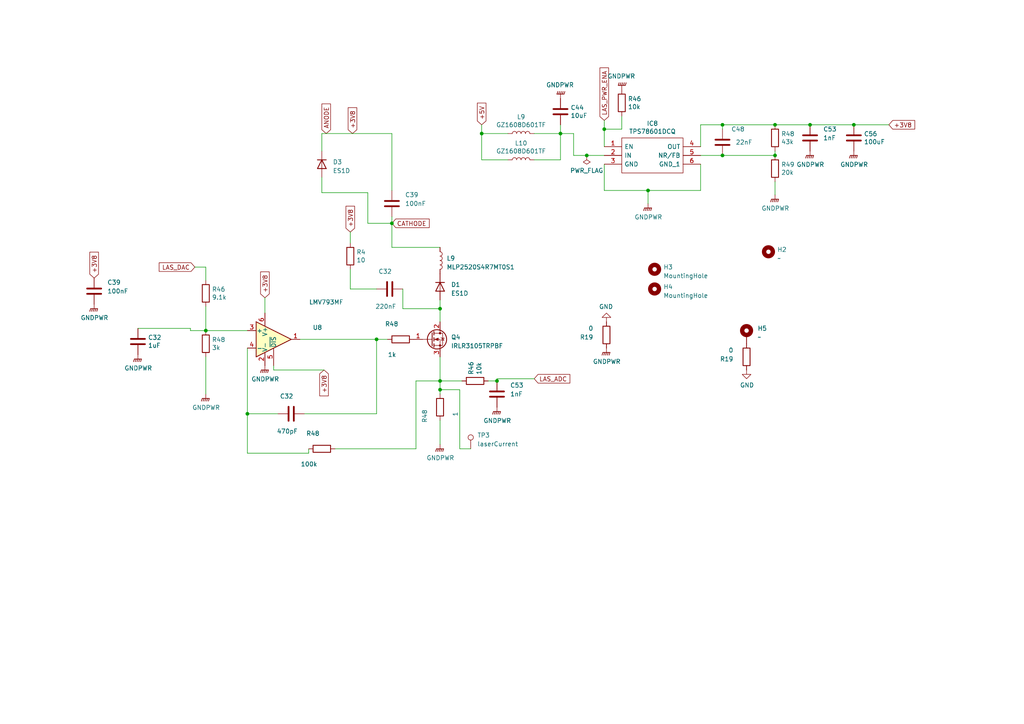
<source format=kicad_sch>
(kicad_sch (version 20230121) (generator eeschema)
  (paper "A4")
  (lib_symbols
    (symbol "Amplifier_Operational:OPA847xDBV" (pin_names (offset 0.127))
      (property "Reference" "U" (at -1.27 6.35 0))
      (property "Value" "OPA847xDBV" (at -1.27 3.81 0))
      (symbol "OPA847xDBV_0_1"
        (polyline (pts (xy -5.08 5.08) (xy 5.08 0) (xy -5.08 -5.08) (xy -5.08 5.08)) (stroke (width 0.254)) (fill (type background)))
        (pin power_in line (at -2.54 -7.62 90) (length 3.81) (name "V-") (number "2"))
        (pin power_in line (at -2.54 7.62 270) (length 3.81) (name "V+") (number "6"))
      )
      (symbol "OPA847xDBV_1_1"
        (pin output line (at 7.62 0 180) (length 2.54) (name "~") (number "1"))
        (pin input line (at -7.62 2.54 0) (length 2.54) (name "+") (number "3"))
        (pin input line (at -7.62 -2.54 0) (length 2.54) (name "-") (number "4"))
        (pin input line (at 0 -7.62 90) (length 5.08) (name "~{DIS}") (number "5"))
      )
    )
    (symbol "Connector:TestPoint" (pin_numbers hide) (pin_names (offset 0.762) hide)
      (property "Reference" "TP" (at 0 6.858 0))
      (property "Value" "TestPoint" (at 0 5.08 0))
      (symbol "TestPoint_0_1"
        (circle (center 0 3.302) (radius 0.762))
      )
      (symbol "TestPoint_1_1"
        (pin passive line (at 0 0 90) (length 2.54) (name "1") (number "1"))
      )
    )
    (symbol "Device:C" (pin_numbers hide) (pin_names (offset 0.254))
      (property "Reference" "C" (at 0.635 2.54 0))
      (property "Value" "C" (at 0.635 -2.54 0))
      (symbol "C_0_1"
        (polyline (pts (xy -2.032 -0.762) (xy 2.032 -0.762)) (stroke (width 0.508)))
        (polyline (pts (xy -2.032 0.762) (xy 2.032 0.762)) (stroke (width 0.508)))
      )
      (symbol "C_1_1"
        (pin passive line (at 0 3.81 270) (length 2.794) (name "~") (number "1"))
        (pin passive line (at 0 -3.81 90) (length 2.794) (name "~") (number "2"))
      )
    )
    (symbol "Device:D" (pin_numbers hide) (pin_names (offset 1.016) hide)
      (property "Reference" "D" (at 0 2.54 0))
      (property "Value" "D" (at 0 -2.54 0))
      (symbol "D_0_1"
        (polyline (pts (xy -1.27 1.27) (xy -1.27 -1.27)) (stroke (width 0.254)))
        (polyline (pts (xy 1.27 0) (xy -1.27 0)))
        (polyline (pts (xy 1.27 1.27) (xy 1.27 -1.27) (xy -1.27 0) (xy 1.27 1.27)) (stroke (width 0.254)))
      )
      (symbol "D_1_1"
        (pin passive line (at -3.81 0 0) (length 2.54) (name "K") (number "1"))
        (pin passive line (at 3.81 0 180) (length 2.54) (name "A") (number "2"))
      )
    )
    (symbol "Device:L" (pin_numbers hide) (pin_names (offset 1.016) hide)
      (property "Reference" "L" (at -1.27 0 90))
      (property "Value" "L" (at 1.905 0 90))
      (symbol "L_0_1"
        (arc (start 0 -2.54) (mid 0.6323 -1.905) (end 0 -1.27))
        (arc (start 0 -1.27) (mid 0.6323 -0.635) (end 0 0))
        (arc (start 0 0) (mid 0.6323 0.635) (end 0 1.27))
        (arc (start 0 1.27) (mid 0.6323 1.905) (end 0 2.54))
      )
      (symbol "L_1_1"
        (pin passive line (at 0 3.81 270) (length 1.27) (name "1") (number "1"))
        (pin passive line (at 0 -3.81 90) (length 1.27) (name "2") (number "2"))
      )
    )
    (symbol "Device:R" (pin_numbers hide) (pin_names (offset 0))
      (property "Reference" "R" (at 2.032 0 90))
      (property "Value" "R" (at 0 0 90))
      (symbol "R_0_1"
        (rectangle (start -1.016 -2.54) (end 1.016 2.54) (stroke (width 0.254)))
      )
      (symbol "R_1_1"
        (pin passive line (at 0 3.81 270) (length 1.27) (name "~") (number "1"))
        (pin passive line (at 0 -3.81 90) (length 1.27) (name "~") (number "2"))
      )
    )
    (symbol "Mechanical:MountingHole" (pin_names (offset 1.016))
      (property "Reference" "H" (at 0 5.08 0))
      (property "Value" "MountingHole" (at 0 3.175 0))
      (symbol "MountingHole_0_1"
        (circle (center 0 0) (radius 1.27) (stroke (width 1.27)))
      )
    )
    (symbol "Mechanical:MountingHole_Pad" (pin_numbers hide) (pin_names (offset 1.016) hide)
      (property "Reference" "H" (at 0 6.35 0))
      (property "Value" "MountingHole_Pad" (at 0 4.445 0))
      (symbol "MountingHole_Pad_0_1"
        (circle (center 0 1.27) (radius 1.27) (stroke (width 1.27)))
      )
      (symbol "MountingHole_Pad_1_1"
        (pin input line (at 0 -2.54 90) (length 2.54) (name "1") (number "1"))
      )
    )
    (symbol "TPS78601DCQ:TPS78601DCQ" (pin_names (offset 0.762))
      (property "Reference" "IC" (at 24.13 7.62 0))
      (property "Value" "TPS78601DCQ" (at 24.13 5.08 0))
      (symbol "TPS78601DCQ_0_0"
        (pin bidirectional line (at 0 0 0) (length 5.08) (name "EN") (number "1"))
        (pin power_in line (at 0 -2.54 0) (length 5.08) (name "IN") (number "2"))
        (pin power_in line (at 0 -5.08 0) (length 5.08) (name "GND") (number "3"))
        (pin power_out line (at 27.94 0 180) (length 5.08) (name "OUT") (number "4"))
        (pin bidirectional line (at 27.94 -2.54 180) (length 5.08) (name "NR/FB") (number "5"))
        (pin power_in line (at 27.94 -5.08 180) (length 5.08) (name "GND_1") (number "6"))
      )
      (symbol "TPS78601DCQ_0_1"
        (polyline (pts (xy 5.08 2.54) (xy 22.86 2.54) (xy 22.86 -7.62) (xy 5.08 -7.62) (xy 5.08 2.54)) (stroke (width 0.1524)))
      )
    )
    (symbol "Transistor_FET:QM6006D" (pin_names hide)
      (property "Reference" "Q" (at 5.08 1.905 0))
      (property "Value" "QM6006D" (at 5.08 0 0))
      (symbol "QM6006D_0_1"
        (polyline (pts (xy 0.254 0) (xy -2.54 0)))
        (polyline (pts (xy 0.254 1.905) (xy 0.254 -1.905)) (stroke (width 0.254)))
        (polyline (pts (xy 0.762 -1.27) (xy 0.762 -2.286)) (stroke (width 0.254)))
        (polyline (pts (xy 0.762 0.508) (xy 0.762 -0.508)) (stroke (width 0.254)))
        (polyline (pts (xy 0.762 2.286) (xy 0.762 1.27)) (stroke (width 0.254)))
        (polyline (pts (xy 2.54 2.54) (xy 2.54 1.778)))
        (polyline (pts (xy 2.54 -2.54) (xy 2.54 0) (xy 0.762 0)))
        (polyline (pts (xy 0.762 -1.778) (xy 3.302 -1.778) (xy 3.302 1.778) (xy 0.762 1.778)))
        (polyline (pts (xy 1.016 0) (xy 2.032 0.381) (xy 2.032 -0.381) (xy 1.016 0)) (fill (type outline)))
        (polyline (pts (xy 2.794 0.508) (xy 2.921 0.381) (xy 3.683 0.381) (xy 3.81 0.254)))
        (polyline (pts (xy 3.302 0.381) (xy 2.921 -0.254) (xy 3.683 -0.254) (xy 3.302 0.381)))
        (circle (center 1.651 0) (radius 2.794) (stroke (width 0.254)))
        (circle (center 2.54 -1.778) (radius 0.254) (fill (type outline)))
        (circle (center 2.54 1.778) (radius 0.254) (fill (type outline)))
      )
      (symbol "QM6006D_1_1"
        (pin input line (at -5.08 0 0) (length 2.54) (name "G") (number "1"))
        (pin passive line (at 2.54 5.08 270) (length 2.54) (name "D") (number "2"))
        (pin passive line (at 2.54 -5.08 90) (length 2.54) (name "S") (number "3"))
      )
    )
    (symbol "power:GND" (power) (pin_names (offset 0))
      (property "Value" "GND" (at 0 -3.81 0))
      (symbol "GND_0_1"
        (polyline (pts (xy 0 0) (xy 0 -1.27) (xy 1.27 -1.27) (xy 0 -2.54) (xy -1.27 -1.27) (xy 0 -1.27)))
      )
      (symbol "GND_1_1"
        (pin power_in line (at 0 0 270) (length 0) hide (name "GND") (number "1"))
      )
    )
    (symbol "power:GNDPWR" (power) (pin_names (offset 0))
      (property "Value" "GNDPWR" (at 0 -3.302 0))
      (symbol "GNDPWR_0_1"
        (polyline (pts (xy 0 -1.27) (xy 0 0)))
        (polyline (pts (xy -1.016 -1.27) (xy -1.27 -2.032) (xy -1.27 -2.032)) (stroke (width 0.2032)))
        (polyline (pts (xy -0.508 -1.27) (xy -0.762 -2.032) (xy -0.762 -2.032)) (stroke (width 0.2032)))
        (polyline (pts (xy 0 -1.27) (xy -0.254 -2.032) (xy -0.254 -2.032)) (stroke (width 0.2032)))
        (polyline (pts (xy 0.508 -1.27) (xy 0.254 -2.032) (xy 0.254 -2.032)) (stroke (width 0.2032)))
        (polyline (pts (xy 1.016 -1.27) (xy -1.016 -1.27) (xy -1.016 -1.27)) (stroke (width 0.2032)))
        (polyline (pts (xy 1.016 -1.27) (xy 0.762 -2.032) (xy 0.762 -2.032) (xy 0.762 -2.032)) (stroke (width 0.2032)))
      )
      (symbol "GNDPWR_1_1"
        (pin power_in line (at 0 0 270) (length 0) hide (name "GNDPWR") (number "1"))
      )
    )
    (symbol "power:PWR_FLAG" (power) (pin_numbers hide) (pin_names (offset 0) hide)
      (property "Value" "PWR_FLAG" (at 0 3.81 0))
      (symbol "PWR_FLAG_0_0"
        (pin power_out line (at 0 0 90) (length 0) (name "pwr") (number "1"))
      )
      (symbol "PWR_FLAG_0_1"
        (polyline (pts (xy 0 0) (xy 0 1.27) (xy -1.016 1.905) (xy 0 2.54) (xy 1.016 1.905) (xy 0 1.27)))
      )
    )
  )
  (junction (at 144.145 110.49))
  (junction (at 224.79 36.195))
  (junction (at 224.79 45.085))
  (junction (at 109.22 98.425))
  (junction (at 170.18 45.085))
  (junction (at 59.69 95.885))
  (junction (at 175.26 37.465))
  (junction (at 162.56 38.735))
  (junction (at 187.96 55.245))
  (junction (at 113.665 64.77))
  (junction (at 209.55 36.195))
  (junction (at 247.65 36.195))
  (junction (at 139.7 38.735))
  (junction (at 127.635 89.535))
  (junction (at 127.635 110.49))
  (junction (at 209.55 45.085))
  (junction (at 127.635 113.03))
  (junction (at 71.755 120.015))
  (junction (at 234.95 36.195))
  (wire (pts (xy 209.55 45.085) (xy 224.79 45.085)))
  (wire (pts (xy 224.79 52.705) (xy 224.79 56.515)))
  (wire (pts (xy 106.68 64.77) (xy 106.68 55.88)))
  (wire (pts (xy 175.26 34.925) (xy 175.26 37.465)))
  (wire (pts (xy 166.37 45.085) (xy 170.18 45.085)))
  (wire (pts (xy 203.2 55.245) (xy 203.2 47.625)))
  (wire (pts (xy 97.155 130.175) (xy 120.65 130.175)))
  (wire (pts (xy 127.635 114.3) (xy 127.635 113.03)))
  (wire (pts (xy 71.755 100.965) (xy 71.755 120.015)))
  (wire (pts (xy 180.34 37.465) (xy 180.34 33.655)))
  (wire (pts (xy 139.7 36.195) (xy 139.7 38.735)))
  (wire (pts (xy 120.65 130.175) (xy 120.65 110.49)))
  (wire (pts (xy 59.69 77.47) (xy 59.69 81.28)))
  (wire (pts (xy 203.2 42.545) (xy 203.2 36.195)))
  (wire (pts (xy 127.635 113.03) (xy 127.635 110.49)))
  (wire (pts (xy 175.26 47.625) (xy 175.26 55.245)))
  (wire (pts (xy 93.345 38.735) (xy 113.665 38.735)))
  (wire (pts (xy 162.56 46.355) (xy 162.56 38.735)))
  (wire (pts (xy 234.95 36.195) (xy 247.65 36.195)))
  (wire (pts (xy 247.65 36.195) (xy 257.81 36.195)))
  (wire (pts (xy 101.6 78.105) (xy 101.6 83.82)))
  (wire (pts (xy 154.94 46.355) (xy 162.56 46.355)))
  (wire (pts (xy 127.635 113.03) (xy 133.35 113.03)))
  (wire (pts (xy 59.69 103.505) (xy 59.69 114.3)))
  (wire (pts (xy 209.55 36.195) (xy 224.79 36.195)))
  (wire (pts (xy 139.7 38.735) (xy 147.32 38.735)))
  (wire (pts (xy 89.535 131.445) (xy 89.535 130.175)))
  (wire (pts (xy 162.56 38.735) (xy 166.37 38.735)))
  (wire (pts (xy 154.94 38.735) (xy 162.56 38.735)))
  (wire (pts (xy 120.65 110.49) (xy 127.635 110.49)))
  (wire (pts (xy 127.635 121.92) (xy 127.635 128.905)))
  (wire (pts (xy 109.22 120.015) (xy 109.22 98.425)))
  (wire (pts (xy 175.26 37.465) (xy 175.26 42.545)))
  (wire (pts (xy 209.55 45.085) (xy 203.2 45.085)))
  (wire (pts (xy 162.56 36.195) (xy 162.56 38.735)))
  (wire (pts (xy 127.635 110.49) (xy 127.635 103.505)))
  (wire (pts (xy 59.69 88.9) (xy 59.69 95.885)))
  (wire (pts (xy 139.7 46.355) (xy 147.32 46.355)))
  (wire (pts (xy 55.245 95.885) (xy 59.69 95.885)))
  (wire (pts (xy 187.96 55.245) (xy 187.96 59.055)))
  (wire (pts (xy 139.7 38.735) (xy 139.7 46.355)))
  (wire (pts (xy 187.96 55.245) (xy 203.2 55.245)))
  (wire (pts (xy 113.665 62.865) (xy 113.665 64.77)))
  (wire (pts (xy 113.665 38.735) (xy 113.665 55.245)))
  (wire (pts (xy 59.69 95.885) (xy 71.755 95.885)))
  (wire (pts (xy 71.755 131.445) (xy 89.535 131.445)))
  (wire (pts (xy 109.22 98.425) (xy 112.395 98.425)))
  (wire (pts (xy 101.6 83.82) (xy 109.22 83.82)))
  (wire (pts (xy 93.98 107.315) (xy 79.375 107.315)))
  (wire (pts (xy 170.18 45.085) (xy 175.26 45.085)))
  (wire (pts (xy 127.635 89.535) (xy 127.635 93.345)))
  (wire (pts (xy 106.68 55.88) (xy 93.345 55.88)))
  (wire (pts (xy 224.79 43.815) (xy 224.79 45.085)))
  (wire (pts (xy 101.6 67.31) (xy 101.6 70.485)))
  (wire (pts (xy 175.26 37.465) (xy 180.34 37.465)))
  (wire (pts (xy 203.2 36.195) (xy 209.55 36.195)))
  (wire (pts (xy 127.635 86.995) (xy 127.635 89.535)))
  (wire (pts (xy 113.665 64.77) (xy 106.68 64.77)))
  (wire (pts (xy 224.79 36.195) (xy 234.95 36.195)))
  (wire (pts (xy 113.665 64.77) (xy 113.665 71.755)))
  (wire (pts (xy 88.265 120.015) (xy 109.22 120.015)))
  (wire (pts (xy 79.375 107.315) (xy 79.375 106.045)))
  (wire (pts (xy 113.665 71.755) (xy 127.635 71.755)))
  (wire (pts (xy 209.55 36.195) (xy 209.55 37.465)))
  (wire (pts (xy 116.84 83.82) (xy 116.84 89.535)))
  (wire (pts (xy 175.26 55.245) (xy 187.96 55.245)))
  (wire (pts (xy 76.835 86.36) (xy 76.835 90.805)))
  (wire (pts (xy 136.525 130.175) (xy 133.35 130.175)))
  (wire (pts (xy 127.635 110.49) (xy 133.985 110.49)))
  (wire (pts (xy 93.345 43.815) (xy 93.345 38.735)))
  (wire (pts (xy 40.005 95.25) (xy 55.245 95.25)))
  (wire (pts (xy 144.145 109.855) (xy 144.145 110.49)))
  (wire (pts (xy 141.605 110.49) (xy 144.145 110.49)))
  (wire (pts (xy 55.245 95.25) (xy 55.245 95.885)))
  (wire (pts (xy 71.755 120.015) (xy 80.645 120.015)))
  (wire (pts (xy 56.515 77.47) (xy 59.69 77.47)))
  (wire (pts (xy 154.94 109.855) (xy 144.145 109.855)))
  (wire (pts (xy 93.345 55.88) (xy 93.345 51.435)))
  (wire (pts (xy 86.995 98.425) (xy 109.22 98.425)))
  (wire (pts (xy 133.35 113.03) (xy 133.35 130.175)))
  (wire (pts (xy 116.84 89.535) (xy 127.635 89.535)))
  (wire (pts (xy 71.755 120.015) (xy 71.755 131.445)))
  (wire (pts (xy 166.37 38.735) (xy 166.37 45.085)))
  (global_label "ANODE" (shape input) (at 94.615 38.735 90) (property "Intersheetrefs" "${INTERSHEET_REFS}" (effects hide)))
  (global_label "+3V8" (shape input) (at 102.235 38.735 90) (property "Intersheetrefs" "${INTERSHEET_REFS}" (effects hide)))
  (global_label "+5V" (shape input) (at 139.7 36.195 90) (property "Intersheetrefs" "${INTERSHEET_REFS}" (effects hide)))
  (global_label "+3V8" (shape input) (at 27.305 80.645 90) (property "Intersheetrefs" "${INTERSHEET_REFS}" (effects hide)))
  (global_label "CATHODE" (shape input) (at 113.665 64.77 0) (property "Intersheetrefs" "${INTERSHEET_REFS}" (effects hide)))
  (global_label "+3V8" (shape input) (at 101.6 67.31 90) (property "Intersheetrefs" "${INTERSHEET_REFS}" (effects hide)))
  (global_label "+3V8" (shape input) (at 93.98 107.315 270) (property "Intersheetrefs" "${INTERSHEET_REFS}" (effects hide)))
  (global_label "LAS_DAC" (shape input) (at 56.515 77.47 180) (property "Intersheetrefs" "${INTERSHEET_REFS}" (effects hide)))
  (global_label "+3V8" (shape input) (at 76.835 86.36 90) (property "Intersheetrefs" "${INTERSHEET_REFS}" (effects hide)))
  (global_label "+3V8" (shape input) (at 257.81 36.195 0) (property "Intersheetrefs" "${INTERSHEET_REFS}" (effects hide)))
  (global_label "LAS_PWR_ENA" (shape input) (at 175.26 34.925 90) (property "Intersheetrefs" "${INTERSHEET_REFS}" (effects hide)))
  (global_label "LAS_ADC" (shape input) (at 154.94 109.855 0) (property "Intersheetrefs" "${INTERSHEET_REFS}" (effects hide)))
  (symbol (lib_id "Device:L") (at 127.635 75.565 0) (unit 1)
    (property "Reference" "L9" (at 129.54 74.93 0) (effects (justify left)))
    (property "Value" "MLP2520S4R7MT0S1" (at 129.54 77.47 0) (effects (justify left)))
    (property "Footprint" "Inductor_SMD:L_1008_2520Metric" (effects hide))
    (property "LCSC" "C91237" (effects hide))
  )
  (symbol (lib_id "Mechanical:MountingHole") (at 189.865 83.82 0) (unit 1)
    (property "Reference" "H4" (at 192.405 83.185 0) (effects (justify left)))
    (property "Value" "MountingHole" (at 192.405 85.725 0) (effects (justify left)))
    (property "Footprint" "MountingHole:MountingHole_3.2mm_M3" (effects hide))
  )
  (symbol (lib_id "Device:C") (at 113.665 59.055 0) (unit 1)
    (property "Reference" "C39" (at 117.475 56.515 0) (effects (justify left)))
    (property "Value" "100nF" (at 117.475 59.055 0) (effects (justify left)))
    (property "Footprint" "lib_mods:C_0603_1608Metric_u" (effects hide))
    (property "LCSC" "C14663" (effects hide))
    (instances (project "cheaptec" (path "" (reference "C39") (unit 1)) (path "" (reference "C71") (unit 1)) (path "" (reference "C34") (unit 1))))
  )
  (symbol (lib_id "power:GNDPWR") (at 40.005 102.87 0) (unit 1)
    (property "Reference" "#PWR097" (effects hide))
    (property "Value" "GNDPWR" (at 40.1066 106.7816 0))
    (instances (project "cheaptec" (path "" (reference "#PWR097") (unit 1)) (path "" (reference "#PWR04") (unit 1))))
  )
  (symbol (lib_id "Mechanical:MountingHole") (at 222.885 73.025 0) (unit 1)
    (property "Reference" "H2" (at 225.425 72.39 0) (effects (justify left)))
    (property "Value" "~" (at 225.425 74.93 0) (effects (justify left)))
    (property "Footprint" "MountingHole:MountingHole_3.2mm_M3" (effects hide))
  )
  (symbol (lib_id "Device:L") (at 151.13 38.735 90) (unit 1)
    (property "Reference" "L9" (at 151.13 33.909 90))
    (property "Value" "GZ1608D601TF" (at 151.13 36.2204 90))
    (property "Footprint" "Inductor_SMD:L_0603_1608Metric" (effects hide))
    (property "LCSC" "C1002" (effects hide))
    (instances (project "cheaptec" (path "" (reference "L9") (unit 1)) (path "" (reference "L4") (unit 1))))
  )
  (symbol (lib_id "power:GNDPWR") (at 247.65 43.815 0) (unit 1)
    (property "Reference" "#PWR0104" (effects hide))
    (property "Value" "GNDPWR" (at 247.7516 47.7266 0))
    (instances (project "cheaptec" (path "" (reference "#PWR0104") (unit 1)) (path "" (reference "#PWR079") (unit 1))))
  )
  (symbol (lib_id "Device:R") (at 175.895 97.155 0) (unit 1)
    (property "Reference" "R19" (at 172.085 97.79 0) (effects (justify right)))
    (property "Value" "0" (at 172.085 95.25 0) (effects (justify right)))
    (property "Footprint" "lib_mods:R_0603_1608Metric_u" (effects hide))
    (property "LCSC" "C21189" (effects hide))
    (instances (project "aobhp" (path "" (reference "R19") (unit 1))) (project "cheaptec" (path "" (reference "R19") (unit 1)) (path "" (reference "R39") (unit 1)) (path "" (reference "R8") (unit 1))))
  )
  (symbol (lib_id "Connector:TestPoint") (at 136.525 130.175 0) (unit 1)
    (property "Reference" "TP3" (at 138.43 126.238 0) (effects (justify left)))
    (property "Value" "laserCurrent" (at 138.43 128.778 0) (effects (justify left)))
    (property "Footprint" "TestPoint:TestPoint_Pad_1.0x1.0mm" (effects hide))
  )
  (symbol (lib_id "power:PWR_FLAG") (at 170.18 45.085 180) (unit 1)
    (property "Reference" "#FLG0103" (effects hide))
    (property "Value" "PWR_FLAG" (at 170.18 49.4792 0))
    (instances (project "cheaptec" (path "" (reference "#FLG0103") (unit 1)) (path "" (reference "#FLG05") (unit 1))))
  )
  (symbol (lib_id "Device:R") (at 59.69 85.09 0) (unit 1)
    (property "Reference" "R46" (at 61.468 83.9216 0) (effects (justify left)))
    (property "Value" "9.1k" (at 61.468 86.233 0) (effects (justify left)))
    (property "Footprint" "lib_mods:R_0603_1608Metric_u" (effects hide))
    (property "LCSC" "C23260" (effects hide))
    (instances (project "cheaptec" (path "" (reference "R46") (unit 1)) (path "" (reference "R29") (unit 1))))
  )
  (symbol (lib_id "power:GNDPWR") (at 76.835 106.045 0) (unit 1)
    (property "Reference" "#PWR097" (effects hide))
    (property "Value" "GNDPWR" (at 76.9366 109.9566 0))
    (instances (project "cheaptec" (path "" (reference "#PWR097") (unit 1)) (path "" (reference "#PWR029") (unit 1))))
  )
  (symbol (lib_id "Transistor_FET:QM6006D") (at 125.095 98.425 0) (unit 1)
    (property "Reference" "Q4" (at 130.81 97.79 0) (effects (justify left)))
    (property "Value" "IRLR3105TRPBF" (at 130.81 100.33 0) (effects (justify left)))
    (property "Footprint" "Package_TO_SOT_SMD:TO-252-2" (effects hide))
    (property "Datasheet" "http://www.jaolen.com/images/pdf/QM6006D.pdf" (effects hide))
    (property "LCSC" "C520626" (effects hide))
  )
  (symbol (lib_id "Device:C") (at 234.95 40.005 0) (unit 1)
    (property "Reference" "C53" (at 238.76 37.465 0) (effects (justify left)))
    (property "Value" "1nF" (at 238.76 40.005 0) (effects (justify left)))
    (property "Footprint" "lib_mods:C_0603_1608Metric_u" (effects hide))
    (property "LCSC" "C1588" (effects hide))
    (instances (project "cheaptec" (path "" (reference "C53") (unit 1)) (path "" (reference "C42") (unit 1))))
  )
  (symbol (lib_id "Device:C") (at 40.005 99.06 0) (unit 1)
    (property "Reference" "C32" (at 42.926 97.8916 0) (effects (justify left)))
    (property "Value" "1uF" (at 42.926 100.203 0) (effects (justify left)))
    (property "Footprint" "lib_mods:C_0603_1608Metric_u" (effects hide))
    (property "LCSC" "C15849" (effects hide))
    (instances (project "cheaptec" (path "" (reference "C32") (unit 1)) (path "" (reference "C64") (unit 1)) (path "" (reference "C27") (unit 1))))
  )
  (symbol (lib_id "power:GND") (at 175.895 93.345 180) (unit 1)
    (property "Reference" "#PWR022" (effects hide))
    (property "Value" "GND" (at 175.768 88.9508 0))
    (instances (project "cheaptec" (path "" (reference "#PWR022") (unit 1)) (path "" (reference "#PWR052") (unit 1)) (path "" (reference "#PWR030") (unit 1))))
  )
  (symbol (lib_id "Device:R") (at 224.79 48.895 0) (unit 1)
    (property "Reference" "R49" (at 226.568 47.7266 0) (effects (justify left)))
    (property "Value" "20k" (at 226.568 50.038 0) (effects (justify left)))
    (property "Footprint" "lib_mods:R_0603_1608Metric_u" (effects hide))
    (property "LCSC" "C4184" (effects hide))
    (instances (project "cheaptec" (path "" (reference "R49") (unit 1)) (path "" (reference "R58") (unit 1))))
  )
  (symbol (lib_id "power:GNDPWR") (at 59.69 114.3 0) (unit 1)
    (property "Reference" "#PWR097" (effects hide))
    (property "Value" "GNDPWR" (at 59.7916 118.2116 0))
    (instances (project "cheaptec" (path "" (reference "#PWR097") (unit 1)) (path "" (reference "#PWR042") (unit 1))))
  )
  (symbol (lib_id "Device:C") (at 247.65 40.005 0) (unit 1)
    (property "Reference" "C56" (at 250.571 38.8366 0) (effects (justify left)))
    (property "Value" "100uF" (at 250.571 41.148 0) (effects (justify left)))
    (property "Footprint" "lib_mods:C_1206_3216Metric_u" (effects hide))
    (property "LCSC" "C15008" (effects hide))
    (instances (project "cheaptec" (path "" (reference "C56") (unit 1)) (path "" (reference "C44") (unit 1))))
  )
  (symbol (lib_id "Device:C") (at 162.56 32.385 0) (unit 1)
    (property "Reference" "C44" (at 165.481 31.2166 0) (effects (justify left)))
    (property "Value" "10uF" (at 165.481 33.528 0) (effects (justify left)))
    (property "Footprint" "lib_mods:C_0603_1608Metric_u" (effects hide))
    (property "LCSC" "C19702" (effects hide))
    (instances (project "cheaptec" (path "" (reference "C44") (unit 1)) (path "" (reference "C40") (unit 1))))
  )
  (symbol (lib_id "power:GNDPWR") (at 144.145 118.11 0) (unit 1)
    (property "Reference" "#PWR0101" (effects hide))
    (property "Value" "GNDPWR" (at 144.2466 122.0216 0))
    (instances (project "cheaptec" (path "" (reference "#PWR0101") (unit 1)) (path "" (reference "#PWR051") (unit 1))))
  )
  (symbol (lib_id "power:GNDPWR") (at 162.56 28.575 180) (unit 1)
    (property "Reference" "#PWR086" (effects hide))
    (property "Value" "GNDPWR" (at 162.433 24.638 0))
    (instances (project "cheaptec" (path "" (reference "#PWR086") (unit 1)) (path "" (reference "#PWR068") (unit 1))))
  )
  (symbol (lib_id "power:GND") (at 216.535 107.315 0) (unit 1)
    (property "Reference" "#PWR022" (effects hide))
    (property "Value" "GND" (at 216.662 111.7092 0))
    (instances (project "cheaptec" (path "" (reference "#PWR022") (unit 1)) (path "" (reference "#PWR052") (unit 1)) (path "" (reference "#PWR043") (unit 1))))
  )
  (symbol (lib_id "TPS78601DCQ:TPS78601DCQ") (at 175.26 42.545 0) (unit 1)
    (property "Reference" "IC8" (at 189.23 35.814 0))
    (property "Value" "TPS78601DCQ" (at 189.23 38.1254 0))
    (property "Footprint" "Package_TO_SOT_SMD:SOT-223-6" (effects hide))
    (property "Datasheet" "http://www.ti.com/lit/ds/symlink/tps78601.pdf" (effects hide))
    (property "Description" "Linear voltage regulatorTPS78601DCQ 5.5V TPS78601DCQ, Low Dropout Voltage Regulator, Adjustable 1.5A, 1.2  5.5 V +/-3%, 6-Pin SOT-223" (effects hide))
    (property "Height" "1.8" (effects hide))
    (property "Manufacturer_Name" "Texas Instruments" (effects hide))
    (property "Manufacturer_Part_Number" "TPS78601DCQ" (effects hide))
    (property "Mouser Part Number" "595-TPS78601DCQ" (effects hide))
    (property "Mouser Price/Stock" "https://www.mouser.com/Search/Refine.aspx?Keyword=595-TPS78601DCQ" (effects hide))
    (property "RS Part Number" "4624177P" (effects hide))
    (property "RS Price/Stock" "http://uk.rs-online.com/web/p/products/4624177P" (effects hide))
    (property "LCSC" "C46697" (effects hide))
    (instances (project "cheaptec" (path "" (reference "IC8") (unit 1)) (path "" (reference "IC2") (unit 1))))
  )
  (symbol (lib_id "Device:C") (at 144.145 114.3 0) (unit 1)
    (property "Reference" "C53" (at 147.955 111.76 0) (effects (justify left)))
    (property "Value" "1nF" (at 147.955 114.3 0) (effects (justify left)))
    (property "Footprint" "lib_mods:C_0603_1608Metric_u" (effects hide))
    (property "LCSC" "C1588" (effects hide))
    (instances (project "cheaptec" (path "" (reference "C53") (unit 1)) (path "" (reference "C32") (unit 1))))
  )
  (symbol (lib_id "Device:L") (at 151.13 46.355 90) (unit 1)
    (property "Reference" "L10" (at 151.13 41.529 90))
    (property "Value" "GZ1608D601TF" (at 151.13 43.8404 90))
    (property "Footprint" "Inductor_SMD:L_0603_1608Metric" (effects hide))
    (property "LCSC" "C1002" (effects hide))
    (instances (project "cheaptec" (path "" (reference "L10") (unit 1)) (path "" (reference "L5") (unit 1))))
  )
  (symbol (lib_id "Device:R") (at 127.635 118.11 180) (unit 1)
    (property "Reference" "R48" (at 123.19 118.745 90) (effects (justify left)))
    (property "Value" "1" (at 132.08 119.38 90) (effects (justify left)))
    (property "Footprint" "Resistor_SMD:R_1206_3216Metric" (effects hide))
    (property "LCSC" "C17928" (effects hide))
    (instances (project "cheaptec" (path "" (reference "R48") (unit 1)) (path "" (reference "R31") (unit 1))))
  )
  (symbol (lib_id "Device:C") (at 113.03 83.82 90) (unit 1)
    (property "Reference" "C32" (at 113.665 78.74 90) (effects (justify left)))
    (property "Value" "220nF" (at 114.935 88.9 90) (effects (justify left)))
    (property "Footprint" "lib_mods:C_0603_1608Metric_u" (effects hide))
    (property "LCSC" "C21120" (effects hide))
    (instances (project "cheaptec" (path "" (reference "C32") (unit 1)) (path "" (reference "C64") (unit 1)) (path "" (reference "C33") (unit 1))))
  )
  (symbol (lib_id "Mechanical:MountingHole") (at 189.865 78.105 0) (unit 1)
    (property "Reference" "H3" (at 192.405 77.47 0) (effects (justify left)))
    (property "Value" "MountingHole" (at 192.405 80.01 0) (effects (justify left)))
    (property "Footprint" "MountingHole:MountingHole_3.2mm_M3" (effects hide))
  )
  (symbol (lib_id "Device:R") (at 101.6 74.295 0) (unit 1)
    (property "Reference" "R4" (at 103.378 73.1266 0) (effects (justify left)))
    (property "Value" "10" (at 103.378 75.438 0) (effects (justify left)))
    (property "Footprint" "lib_mods:R_0603_1608Metric_u" (effects hide))
    (property "LCSC" "C22859" (effects hide))
    (instances (project "cheaptec" (path "" (reference "R4") (unit 1)) (path "" (reference "R21") (unit 1))))
  )
  (symbol (lib_id "Device:R") (at 224.79 40.005 0) (unit 1)
    (property "Reference" "R48" (at 226.568 38.8366 0) (effects (justify left)))
    (property "Value" "43k" (at 226.568 41.148 0) (effects (justify left)))
    (property "Footprint" "lib_mods:R_0603_1608Metric_u" (effects hide))
    (property "LCSC" "C23172" (effects hide))
    (instances (project "cheaptec" (path "" (reference "R48") (unit 1)) (path "" (reference "R57") (unit 1))))
  )
  (symbol (lib_id "power:GNDPWR") (at 175.895 100.965 0) (unit 1)
    (property "Reference" "#PWR097" (effects hide))
    (property "Value" "GNDPWR" (at 175.9966 104.8766 0))
    (instances (project "cheaptec" (path "" (reference "#PWR097") (unit 1)) (path "" (reference "#PWR016") (unit 1))))
  )
  (symbol (lib_id "Mechanical:MountingHole_Pad") (at 216.535 97.155 0) (unit 1)
    (property "Reference" "H5" (at 219.71 95.25 0) (effects (justify left)))
    (property "Value" "~" (at 219.71 97.79 0) (effects (justify left)))
    (property "Footprint" "MountingHole:MountingHole_3.2mm_M3_Pad" (effects hide))
  )
  (symbol (lib_id "Device:R") (at 116.205 98.425 90) (unit 1)
    (property "Reference" "R48" (at 115.57 93.98 90) (effects (justify left)))
    (property "Value" "1k" (at 114.935 102.87 90) (effects (justify left)))
    (property "Footprint" "lib_mods:R_0603_1608Metric_u" (effects hide))
    (property "LCSC" "C21190" (effects hide))
    (instances (project "cheaptec" (path "" (reference "R48") (unit 1)) (path "" (reference "R28") (unit 1))))
  )
  (symbol (lib_id "Device:D") (at 93.345 47.625 270) (unit 1)
    (property "Reference" "D3" (at 96.52 46.99 90) (effects (justify left)))
    (property "Value" "ES1D" (at 96.52 49.53 90) (effects (justify left)))
    (property "Footprint" "Diode_SMD:D_SMA" (effects hide))
    (property "LCSC" "C1884566" (effects hide))
  )
  (symbol (lib_id "Device:R") (at 59.69 99.695 0) (unit 1)
    (property "Reference" "R48" (at 61.468 98.5266 0) (effects (justify left)))
    (property "Value" "3k" (at 61.468 100.838 0) (effects (justify left)))
    (property "Footprint" "lib_mods:R_0603_1608Metric_u" (effects hide))
    (property "LCSC" "C4211" (effects hide))
    (instances (project "cheaptec" (path "" (reference "R48") (unit 1)) (path "" (reference "R26") (unit 1))))
  )
  (symbol (lib_id "power:GNDPWR") (at 234.95 43.815 0) (unit 1)
    (property "Reference" "#PWR0101" (effects hide))
    (property "Value" "GNDPWR" (at 235.0516 47.7266 0))
    (instances (project "cheaptec" (path "" (reference "#PWR0101") (unit 1)) (path "" (reference "#PWR077") (unit 1))))
  )
  (symbol (lib_id "Device:R") (at 137.795 110.49 90) (unit 1)
    (property "Reference" "R46" (at 136.6266 108.712 0) (effects (justify left)))
    (property "Value" "10k" (at 138.938 108.712 0) (effects (justify left)))
    (property "Footprint" "lib_mods:R_0603_1608Metric_u" (effects hide))
    (property "LCSC" "C25804" (effects hide))
    (instances (project "cheaptec" (path "" (reference "R46") (unit 1)) (path "" (reference "R32") (unit 1))))
  )
  (symbol (lib_id "Device:D") (at 127.635 83.185 270) (unit 1)
    (property "Reference" "D1" (at 130.81 82.55 90) (effects (justify left)))
    (property "Value" "ES1D" (at 130.81 85.09 90) (effects (justify left)))
    (property "Footprint" "Diode_SMD:D_SMA" (effects hide))
    (property "LCSC" "C1884566" (effects hide))
  )
  (symbol (lib_id "Device:R") (at 180.34 29.845 0) (unit 1)
    (property "Reference" "R46" (at 182.118 28.6766 0) (effects (justify left)))
    (property "Value" "10k" (at 182.118 30.988 0) (effects (justify left)))
    (property "Footprint" "lib_mods:R_0603_1608Metric_u" (effects hide))
    (property "LCSC" "C25804" (effects hide))
    (instances (project "cheaptec" (path "" (reference "R46") (unit 1)) (path "" (reference "R56") (unit 1))))
  )
  (symbol (lib_id "power:GNDPWR") (at 127.635 128.905 0) (unit 1)
    (property "Reference" "#PWR097" (effects hide))
    (property "Value" "GNDPWR" (at 127.7366 132.8166 0))
    (instances (project "cheaptec" (path "" (reference "#PWR097") (unit 1)) (path "" (reference "#PWR046") (unit 1))))
  )
  (symbol (lib_id "Device:C") (at 84.455 120.015 90) (unit 1)
    (property "Reference" "C32" (at 85.09 114.935 90) (effects (justify left)))
    (property "Value" "470pF" (at 86.36 125.095 90) (effects (justify left)))
    (property "Footprint" "lib_mods:C_0603_1608Metric_u" (effects hide))
    (property "LCSC" "C1620" (effects hide))
    (instances (project "cheaptec" (path "" (reference "C32") (unit 1)) (path "" (reference "C64") (unit 1)) (path "" (reference "C30") (unit 1))))
  )
  (symbol (lib_id "power:GNDPWR") (at 180.34 26.035 180) (unit 1)
    (property "Reference" "#PWR091" (effects hide))
    (property "Value" "GNDPWR" (at 180.213 22.098 0))
    (instances (project "cheaptec" (path "" (reference "#PWR091") (unit 1)) (path "" (reference "#PWR071") (unit 1))))
  )
  (symbol (lib_id "power:GNDPWR") (at 187.96 59.055 0) (unit 1)
    (property "Reference" "#PWR094" (effects hide))
    (property "Value" "GNDPWR" (at 188.0616 62.9666 0))
    (instances (project "cheaptec" (path "" (reference "#PWR094") (unit 1)) (path "" (reference "#PWR072") (unit 1))))
  )
  (symbol (lib_id "Amplifier_Operational:OPA847xDBV") (at 79.375 98.425 0) (unit 1)
    (property "Reference" "U8" (at 92.075 94.9961 0))
    (property "Value" "LMV793MF" (at 94.615 87.63 0))
    (property "Footprint" "Package_TO_SOT_SMD:SOT-23-6" (effects hide))
    (property "Datasheet" "http://www.ti.com/lit/ds/symlink/opa847.pdf" (effects hide))
    (property "LCSC" "C139389" (effects hide))
  )
  (symbol (lib_id "Device:C") (at 209.55 41.275 0) (unit 1)
    (property "Reference" "C48" (at 212.09 37.465 0) (effects (justify left)))
    (property "Value" "22nF" (at 213.36 41.275 0) (effects (justify left)))
    (property "Footprint" "lib_mods:C_0603_1608Metric_u" (effects hide))
    (property "LCSC" "C21122" (effects hide))
    (instances (project "cheaptec" (path "" (reference "C48") (unit 1)) (path "" (reference "C41") (unit 1))))
  )
  (symbol (lib_id "power:GNDPWR") (at 224.79 56.515 0) (unit 1)
    (property "Reference" "#PWR097" (effects hide))
    (property "Value" "GNDPWR" (at 224.8916 60.4266 0))
    (instances (project "cheaptec" (path "" (reference "#PWR097") (unit 1)) (path "" (reference "#PWR075") (unit 1))))
  )
  (symbol (lib_id "Device:C") (at 27.305 84.455 0) (unit 1)
    (property "Reference" "C39" (at 31.115 81.915 0) (effects (justify left)))
    (property "Value" "100nF" (at 31.115 84.455 0) (effects (justify left)))
    (property "Footprint" "lib_mods:C_0603_1608Metric_u" (effects hide))
    (property "LCSC" "C14663" (effects hide))
    (instances (project "cheaptec" (path "" (reference "C39") (unit 1)) (path "" (reference "C71") (unit 1)) (path "" (reference "C31") (unit 1))))
  )
  (symbol (lib_id "Device:R") (at 93.345 130.175 90) (unit 1)
    (property "Reference" "R48" (at 92.71 125.73 90) (effects (justify left)))
    (property "Value" "100k" (at 92.075 134.62 90) (effects (justify left)))
    (property "Footprint" "lib_mods:R_0603_1608Metric_u" (effects hide))
    (property "LCSC" "C25803" (effects hide))
    (instances (project "cheaptec" (path "" (reference "R48") (unit 1)) (path "" (reference "R30") (unit 1))))
  )
  (symbol (lib_id "Device:R") (at 216.535 103.505 0) (unit 1)
    (property "Reference" "R19" (at 212.725 104.14 0) (effects (justify right)))
    (property "Value" "0" (at 212.725 101.6 0) (effects (justify right)))
    (property "Footprint" "lib_mods:R_0603_1608Metric_u" (effects hide))
    (property "LCSC" "C21189" (effects hide))
    (instances (project "aobhp" (path "" (reference "R19") (unit 1))) (project "cheaptec" (path "" (reference "R19") (unit 1)) (path "" (reference "R39") (unit 1)) (path "" (reference "R22") (unit 1))))
  )
  (symbol (lib_id "power:GNDPWR") (at 27.305 88.265 0) (unit 1)
    (property "Reference" "#PWR097" (effects hide))
    (property "Value" "GNDPWR" (at 27.4066 92.1766 0))
    (instances (project "cheaptec" (path "" (reference "#PWR097") (unit 1)) (path "" (reference "#PWR015") (unit 1))))
  )
)
</source>
